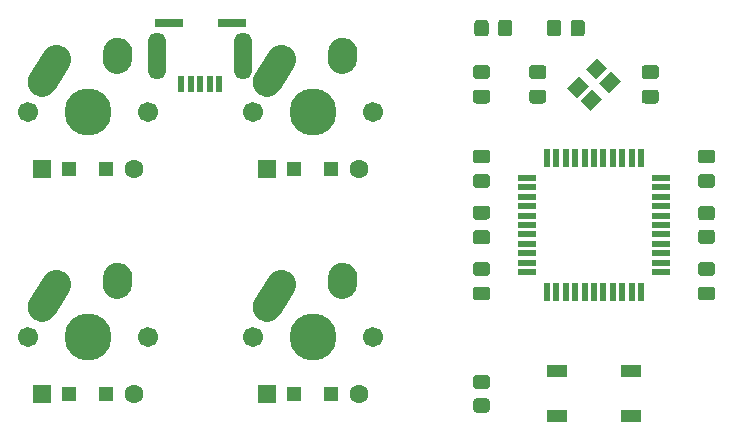
<source format=gbs>
%TF.GenerationSoftware,KiCad,Pcbnew,(5.1.10)-1*%
%TF.CreationDate,2021-08-17T23:44:39-04:00*%
%TF.ProjectId,Keyboard_Schematic,4b657962-6f61-4726-945f-536368656d61,rev?*%
%TF.SameCoordinates,Original*%
%TF.FileFunction,Soldermask,Bot*%
%TF.FilePolarity,Negative*%
%FSLAX46Y46*%
G04 Gerber Fmt 4.6, Leading zero omitted, Abs format (unit mm)*
G04 Created by KiCad (PCBNEW (5.1.10)-1) date 2021-08-17 23:44:39*
%MOMM*%
%LPD*%
G01*
G04 APERTURE LIST*
%ADD10R,1.500000X0.550000*%
%ADD11R,0.550000X1.500000*%
%ADD12C,0.100000*%
%ADD13C,1.600000*%
%ADD14R,1.600000X1.600000*%
%ADD15R,1.200000X1.200000*%
%ADD16R,2.350000X0.800000*%
%ADD17R,0.500000X1.400000*%
%ADD18O,1.500000X4.000000*%
%ADD19C,3.987800*%
%ADD20C,1.701800*%
%ADD21R,1.700000X1.000000*%
G04 APERTURE END LIST*
D10*
%TO.C,U1*%
X89550000Y-77818750D03*
X89550000Y-77018750D03*
X89550000Y-76218750D03*
X89550000Y-75418750D03*
X89550000Y-74618750D03*
X89550000Y-73818750D03*
X89550000Y-73018750D03*
X89550000Y-72218750D03*
X89550000Y-71418750D03*
X89550000Y-70618750D03*
X89550000Y-69818750D03*
D11*
X91250000Y-68118750D03*
X92050000Y-68118750D03*
X92850000Y-68118750D03*
X93650000Y-68118750D03*
X94450000Y-68118750D03*
X95250000Y-68118750D03*
X96050000Y-68118750D03*
X96850000Y-68118750D03*
X97650000Y-68118750D03*
X98450000Y-68118750D03*
X99250000Y-68118750D03*
D10*
X100950000Y-69818750D03*
X100950000Y-70618750D03*
X100950000Y-71418750D03*
X100950000Y-72218750D03*
X100950000Y-73018750D03*
X100950000Y-73818750D03*
X100950000Y-74618750D03*
X100950000Y-75418750D03*
X100950000Y-76218750D03*
X100950000Y-77018750D03*
X100950000Y-77818750D03*
D11*
X99250000Y-79518750D03*
X98450000Y-79518750D03*
X97650000Y-79518750D03*
X96850000Y-79518750D03*
X96050000Y-79518750D03*
X95250000Y-79518750D03*
X94450000Y-79518750D03*
X93650000Y-79518750D03*
X92850000Y-79518750D03*
X92050000Y-79518750D03*
X91250000Y-79518750D03*
%TD*%
D12*
%TO.C,X1*%
G36*
X96522792Y-62619607D02*
G01*
X95674264Y-61771079D01*
X96664214Y-60781129D01*
X97512742Y-61629657D01*
X96522792Y-62619607D01*
G37*
G36*
X94967157Y-64175242D02*
G01*
X94118629Y-63326714D01*
X95108579Y-62336764D01*
X95957107Y-63185292D01*
X94967157Y-64175242D01*
G37*
G36*
X95391421Y-61488236D02*
G01*
X94542893Y-60639708D01*
X95532843Y-59649758D01*
X96381371Y-60498286D01*
X95391421Y-61488236D01*
G37*
G36*
X93835786Y-63043871D02*
G01*
X92987258Y-62195343D01*
X93977208Y-61205393D01*
X94825736Y-62053921D01*
X93835786Y-63043871D01*
G37*
%TD*%
%TO.C,C1*%
G36*
G01*
X90962500Y-63537500D02*
X90012500Y-63537500D01*
G75*
G02*
X89762500Y-63287500I0J250000D01*
G01*
X89762500Y-62612500D01*
G75*
G02*
X90012500Y-62362500I250000J0D01*
G01*
X90962500Y-62362500D01*
G75*
G02*
X91212500Y-62612500I0J-250000D01*
G01*
X91212500Y-63287500D01*
G75*
G02*
X90962500Y-63537500I-250000J0D01*
G01*
G37*
G36*
G01*
X90962500Y-61462500D02*
X90012500Y-61462500D01*
G75*
G02*
X89762500Y-61212500I0J250000D01*
G01*
X89762500Y-60537500D01*
G75*
G02*
X90012500Y-60287500I250000J0D01*
G01*
X90962500Y-60287500D01*
G75*
G02*
X91212500Y-60537500I0J-250000D01*
G01*
X91212500Y-61212500D01*
G75*
G02*
X90962500Y-61462500I-250000J0D01*
G01*
G37*
%TD*%
%TO.C,C2*%
G36*
G01*
X100487500Y-63537500D02*
X99537500Y-63537500D01*
G75*
G02*
X99287500Y-63287500I0J250000D01*
G01*
X99287500Y-62612500D01*
G75*
G02*
X99537500Y-62362500I250000J0D01*
G01*
X100487500Y-62362500D01*
G75*
G02*
X100737500Y-62612500I0J-250000D01*
G01*
X100737500Y-63287500D01*
G75*
G02*
X100487500Y-63537500I-250000J0D01*
G01*
G37*
G36*
G01*
X100487500Y-61462500D02*
X99537500Y-61462500D01*
G75*
G02*
X99287500Y-61212500I0J250000D01*
G01*
X99287500Y-60537500D01*
G75*
G02*
X99537500Y-60287500I250000J0D01*
G01*
X100487500Y-60287500D01*
G75*
G02*
X100737500Y-60537500I0J-250000D01*
G01*
X100737500Y-61212500D01*
G75*
G02*
X100487500Y-61462500I-250000J0D01*
G01*
G37*
%TD*%
%TO.C,C3*%
G36*
G01*
X104300000Y-79031250D02*
X105250000Y-79031250D01*
G75*
G02*
X105500000Y-79281250I0J-250000D01*
G01*
X105500000Y-79956250D01*
G75*
G02*
X105250000Y-80206250I-250000J0D01*
G01*
X104300000Y-80206250D01*
G75*
G02*
X104050000Y-79956250I0J250000D01*
G01*
X104050000Y-79281250D01*
G75*
G02*
X104300000Y-79031250I250000J0D01*
G01*
G37*
G36*
G01*
X104300000Y-76956250D02*
X105250000Y-76956250D01*
G75*
G02*
X105500000Y-77206250I0J-250000D01*
G01*
X105500000Y-77881250D01*
G75*
G02*
X105250000Y-78131250I-250000J0D01*
G01*
X104300000Y-78131250D01*
G75*
G02*
X104050000Y-77881250I0J250000D01*
G01*
X104050000Y-77206250D01*
G75*
G02*
X104300000Y-76956250I250000J0D01*
G01*
G37*
%TD*%
%TO.C,C4*%
G36*
G01*
X104300000Y-67431250D02*
X105250000Y-67431250D01*
G75*
G02*
X105500000Y-67681250I0J-250000D01*
G01*
X105500000Y-68356250D01*
G75*
G02*
X105250000Y-68606250I-250000J0D01*
G01*
X104300000Y-68606250D01*
G75*
G02*
X104050000Y-68356250I0J250000D01*
G01*
X104050000Y-67681250D01*
G75*
G02*
X104300000Y-67431250I250000J0D01*
G01*
G37*
G36*
G01*
X104300000Y-69506250D02*
X105250000Y-69506250D01*
G75*
G02*
X105500000Y-69756250I0J-250000D01*
G01*
X105500000Y-70431250D01*
G75*
G02*
X105250000Y-70681250I-250000J0D01*
G01*
X104300000Y-70681250D01*
G75*
G02*
X104050000Y-70431250I0J250000D01*
G01*
X104050000Y-69756250D01*
G75*
G02*
X104300000Y-69506250I250000J0D01*
G01*
G37*
%TD*%
%TO.C,C5*%
G36*
G01*
X86200000Y-68606250D02*
X85250000Y-68606250D01*
G75*
G02*
X85000000Y-68356250I0J250000D01*
G01*
X85000000Y-67681250D01*
G75*
G02*
X85250000Y-67431250I250000J0D01*
G01*
X86200000Y-67431250D01*
G75*
G02*
X86450000Y-67681250I0J-250000D01*
G01*
X86450000Y-68356250D01*
G75*
G02*
X86200000Y-68606250I-250000J0D01*
G01*
G37*
G36*
G01*
X86200000Y-70681250D02*
X85250000Y-70681250D01*
G75*
G02*
X85000000Y-70431250I0J250000D01*
G01*
X85000000Y-69756250D01*
G75*
G02*
X85250000Y-69506250I250000J0D01*
G01*
X86200000Y-69506250D01*
G75*
G02*
X86450000Y-69756250I0J-250000D01*
G01*
X86450000Y-70431250D01*
G75*
G02*
X86200000Y-70681250I-250000J0D01*
G01*
G37*
%TD*%
%TO.C,C6*%
G36*
G01*
X86200000Y-63537500D02*
X85250000Y-63537500D01*
G75*
G02*
X85000000Y-63287500I0J250000D01*
G01*
X85000000Y-62612500D01*
G75*
G02*
X85250000Y-62362500I250000J0D01*
G01*
X86200000Y-62362500D01*
G75*
G02*
X86450000Y-62612500I0J-250000D01*
G01*
X86450000Y-63287500D01*
G75*
G02*
X86200000Y-63537500I-250000J0D01*
G01*
G37*
G36*
G01*
X86200000Y-61462500D02*
X85250000Y-61462500D01*
G75*
G02*
X85000000Y-61212500I0J250000D01*
G01*
X85000000Y-60537500D01*
G75*
G02*
X85250000Y-60287500I250000J0D01*
G01*
X86200000Y-60287500D01*
G75*
G02*
X86450000Y-60537500I0J-250000D01*
G01*
X86450000Y-61212500D01*
G75*
G02*
X86200000Y-61462500I-250000J0D01*
G01*
G37*
%TD*%
%TO.C,C7*%
G36*
G01*
X86200000Y-78131250D02*
X85250000Y-78131250D01*
G75*
G02*
X85000000Y-77881250I0J250000D01*
G01*
X85000000Y-77206250D01*
G75*
G02*
X85250000Y-76956250I250000J0D01*
G01*
X86200000Y-76956250D01*
G75*
G02*
X86450000Y-77206250I0J-250000D01*
G01*
X86450000Y-77881250D01*
G75*
G02*
X86200000Y-78131250I-250000J0D01*
G01*
G37*
G36*
G01*
X86200000Y-80206250D02*
X85250000Y-80206250D01*
G75*
G02*
X85000000Y-79956250I0J250000D01*
G01*
X85000000Y-79281250D01*
G75*
G02*
X85250000Y-79031250I250000J0D01*
G01*
X86200000Y-79031250D01*
G75*
G02*
X86450000Y-79281250I0J-250000D01*
G01*
X86450000Y-79956250D01*
G75*
G02*
X86200000Y-80206250I-250000J0D01*
G01*
G37*
%TD*%
%TO.C,C8*%
G36*
G01*
X86200000Y-73368750D02*
X85250000Y-73368750D01*
G75*
G02*
X85000000Y-73118750I0J250000D01*
G01*
X85000000Y-72443750D01*
G75*
G02*
X85250000Y-72193750I250000J0D01*
G01*
X86200000Y-72193750D01*
G75*
G02*
X86450000Y-72443750I0J-250000D01*
G01*
X86450000Y-73118750D01*
G75*
G02*
X86200000Y-73368750I-250000J0D01*
G01*
G37*
G36*
G01*
X86200000Y-75443750D02*
X85250000Y-75443750D01*
G75*
G02*
X85000000Y-75193750I0J250000D01*
G01*
X85000000Y-74518750D01*
G75*
G02*
X85250000Y-74268750I250000J0D01*
G01*
X86200000Y-74268750D01*
G75*
G02*
X86450000Y-74518750I0J-250000D01*
G01*
X86450000Y-75193750D01*
G75*
G02*
X86200000Y-75443750I-250000J0D01*
G01*
G37*
%TD*%
D13*
%TO.C,D1*%
X56287500Y-69056250D03*
D14*
X48487500Y-69056250D03*
D15*
X50812500Y-69056250D03*
X53962500Y-69056250D03*
%TD*%
D13*
%TO.C,D2*%
X56287500Y-88106250D03*
D14*
X48487500Y-88106250D03*
D15*
X50812500Y-88106250D03*
X53962500Y-88106250D03*
%TD*%
%TO.C,D3*%
X73012500Y-69056250D03*
X69862500Y-69056250D03*
D14*
X67537500Y-69056250D03*
D13*
X75337500Y-69056250D03*
%TD*%
D15*
%TO.C,D4*%
X73012500Y-88106250D03*
X69862500Y-88106250D03*
D14*
X67537500Y-88106250D03*
D13*
X75337500Y-88106250D03*
%TD*%
D16*
%TO.C,J1*%
X64587500Y-56712500D03*
X59237500Y-56712500D03*
D17*
X60312500Y-61912500D03*
X61112500Y-61912500D03*
X61912500Y-61912500D03*
X62712500Y-61912500D03*
X63512500Y-61912500D03*
D18*
X58262500Y-59512500D03*
X65562500Y-59512500D03*
%TD*%
D19*
%TO.C,K1*%
X52387500Y-64293750D03*
D20*
X47307500Y-64293750D03*
X57467500Y-64293750D03*
G36*
G01*
X47473799Y-61050940D02*
X48682723Y-59153310D01*
G75*
G02*
X50408587Y-58770696I1054239J-671625D01*
G01*
X50408587Y-58770696D01*
G75*
G02*
X50791201Y-60496560I-671625J-1054239D01*
G01*
X49582277Y-62394190D01*
G75*
G02*
X47856413Y-62776804I-1054239J671625D01*
G01*
X47856413Y-62776804D01*
G75*
G02*
X47473799Y-61050940I671625J1054239D01*
G01*
G37*
G36*
G01*
X53640671Y-59708059D02*
X53680119Y-59129403D01*
G75*
G02*
X55012243Y-57967317I1247105J-85019D01*
G01*
X55012243Y-57967317D01*
G75*
G02*
X56174329Y-59299441I-85019J-1247105D01*
G01*
X56134881Y-59878097D01*
G75*
G02*
X54802757Y-61040183I-1247105J85019D01*
G01*
X54802757Y-61040183D01*
G75*
G02*
X53640671Y-59708059I85019J1247105D01*
G01*
G37*
%TD*%
%TO.C,K2*%
G36*
G01*
X53640671Y-78758059D02*
X53680119Y-78179403D01*
G75*
G02*
X55012243Y-77017317I1247105J-85019D01*
G01*
X55012243Y-77017317D01*
G75*
G02*
X56174329Y-78349441I-85019J-1247105D01*
G01*
X56134881Y-78928097D01*
G75*
G02*
X54802757Y-80090183I-1247105J85019D01*
G01*
X54802757Y-80090183D01*
G75*
G02*
X53640671Y-78758059I85019J1247105D01*
G01*
G37*
G36*
G01*
X47473799Y-80100940D02*
X48682723Y-78203310D01*
G75*
G02*
X50408587Y-77820696I1054239J-671625D01*
G01*
X50408587Y-77820696D01*
G75*
G02*
X50791201Y-79546560I-671625J-1054239D01*
G01*
X49582277Y-81444190D01*
G75*
G02*
X47856413Y-81826804I-1054239J671625D01*
G01*
X47856413Y-81826804D01*
G75*
G02*
X47473799Y-80100940I671625J1054239D01*
G01*
G37*
X57467500Y-83343750D03*
X47307500Y-83343750D03*
D19*
X52387500Y-83343750D03*
%TD*%
%TO.C,K3*%
G36*
G01*
X72690671Y-59708059D02*
X72730119Y-59129403D01*
G75*
G02*
X74062243Y-57967317I1247105J-85019D01*
G01*
X74062243Y-57967317D01*
G75*
G02*
X75224329Y-59299441I-85019J-1247105D01*
G01*
X75184881Y-59878097D01*
G75*
G02*
X73852757Y-61040183I-1247105J85019D01*
G01*
X73852757Y-61040183D01*
G75*
G02*
X72690671Y-59708059I85019J1247105D01*
G01*
G37*
G36*
G01*
X66523799Y-61050940D02*
X67732723Y-59153310D01*
G75*
G02*
X69458587Y-58770696I1054239J-671625D01*
G01*
X69458587Y-58770696D01*
G75*
G02*
X69841201Y-60496560I-671625J-1054239D01*
G01*
X68632277Y-62394190D01*
G75*
G02*
X66906413Y-62776804I-1054239J671625D01*
G01*
X66906413Y-62776804D01*
G75*
G02*
X66523799Y-61050940I671625J1054239D01*
G01*
G37*
D20*
X76517500Y-64293750D03*
X66357500Y-64293750D03*
D19*
X71437500Y-64293750D03*
%TD*%
%TO.C,K4*%
X71437500Y-83343750D03*
D20*
X66357500Y-83343750D03*
X76517500Y-83343750D03*
G36*
G01*
X66523799Y-80100940D02*
X67732723Y-78203310D01*
G75*
G02*
X69458587Y-77820696I1054239J-671625D01*
G01*
X69458587Y-77820696D01*
G75*
G02*
X69841201Y-79546560I-671625J-1054239D01*
G01*
X68632277Y-81444190D01*
G75*
G02*
X66906413Y-81826804I-1054239J671625D01*
G01*
X66906413Y-81826804D01*
G75*
G02*
X66523799Y-80100940I671625J1054239D01*
G01*
G37*
G36*
G01*
X72690671Y-78758059D02*
X72730119Y-78179403D01*
G75*
G02*
X74062243Y-77017317I1247105J-85019D01*
G01*
X74062243Y-77017317D01*
G75*
G02*
X75224329Y-78349441I-85019J-1247105D01*
G01*
X75184881Y-78928097D01*
G75*
G02*
X73852757Y-80090183I-1247105J85019D01*
G01*
X73852757Y-80090183D01*
G75*
G02*
X72690671Y-78758059I85019J1247105D01*
G01*
G37*
%TD*%
%TO.C,R1*%
G36*
G01*
X85274999Y-86506250D02*
X86175001Y-86506250D01*
G75*
G02*
X86425000Y-86756249I0J-249999D01*
G01*
X86425000Y-87456251D01*
G75*
G02*
X86175001Y-87706250I-249999J0D01*
G01*
X85274999Y-87706250D01*
G75*
G02*
X85025000Y-87456251I0J249999D01*
G01*
X85025000Y-86756249D01*
G75*
G02*
X85274999Y-86506250I249999J0D01*
G01*
G37*
G36*
G01*
X85274999Y-88506250D02*
X86175001Y-88506250D01*
G75*
G02*
X86425000Y-88756249I0J-249999D01*
G01*
X86425000Y-89456251D01*
G75*
G02*
X86175001Y-89706250I-249999J0D01*
G01*
X85274999Y-89706250D01*
G75*
G02*
X85025000Y-89456251I0J249999D01*
G01*
X85025000Y-88756249D01*
G75*
G02*
X85274999Y-88506250I249999J0D01*
G01*
G37*
%TD*%
%TO.C,R2*%
G36*
G01*
X105225001Y-73418750D02*
X104324999Y-73418750D01*
G75*
G02*
X104075000Y-73168751I0J249999D01*
G01*
X104075000Y-72468749D01*
G75*
G02*
X104324999Y-72218750I249999J0D01*
G01*
X105225001Y-72218750D01*
G75*
G02*
X105475000Y-72468749I0J-249999D01*
G01*
X105475000Y-73168751D01*
G75*
G02*
X105225001Y-73418750I-249999J0D01*
G01*
G37*
G36*
G01*
X105225001Y-75418750D02*
X104324999Y-75418750D01*
G75*
G02*
X104075000Y-75168751I0J249999D01*
G01*
X104075000Y-74468749D01*
G75*
G02*
X104324999Y-74218750I249999J0D01*
G01*
X105225001Y-74218750D01*
G75*
G02*
X105475000Y-74468749I0J-249999D01*
G01*
X105475000Y-75168751D01*
G75*
G02*
X105225001Y-75418750I-249999J0D01*
G01*
G37*
%TD*%
%TO.C,R3*%
G36*
G01*
X86325000Y-56699999D02*
X86325000Y-57600001D01*
G75*
G02*
X86075001Y-57850000I-249999J0D01*
G01*
X85374999Y-57850000D01*
G75*
G02*
X85125000Y-57600001I0J249999D01*
G01*
X85125000Y-56699999D01*
G75*
G02*
X85374999Y-56450000I249999J0D01*
G01*
X86075001Y-56450000D01*
G75*
G02*
X86325000Y-56699999I0J-249999D01*
G01*
G37*
G36*
G01*
X88325000Y-56699999D02*
X88325000Y-57600001D01*
G75*
G02*
X88075001Y-57850000I-249999J0D01*
G01*
X87374999Y-57850000D01*
G75*
G02*
X87125000Y-57600001I0J249999D01*
G01*
X87125000Y-56699999D01*
G75*
G02*
X87374999Y-56450000I249999J0D01*
G01*
X88075001Y-56450000D01*
G75*
G02*
X88325000Y-56699999I0J-249999D01*
G01*
G37*
%TD*%
%TO.C,R4*%
G36*
G01*
X94468750Y-56699999D02*
X94468750Y-57600001D01*
G75*
G02*
X94218751Y-57850000I-249999J0D01*
G01*
X93518749Y-57850000D01*
G75*
G02*
X93268750Y-57600001I0J249999D01*
G01*
X93268750Y-56699999D01*
G75*
G02*
X93518749Y-56450000I249999J0D01*
G01*
X94218751Y-56450000D01*
G75*
G02*
X94468750Y-56699999I0J-249999D01*
G01*
G37*
G36*
G01*
X92468750Y-56699999D02*
X92468750Y-57600001D01*
G75*
G02*
X92218751Y-57850000I-249999J0D01*
G01*
X91518749Y-57850000D01*
G75*
G02*
X91268750Y-57600001I0J249999D01*
G01*
X91268750Y-56699999D01*
G75*
G02*
X91518749Y-56450000I249999J0D01*
G01*
X92218751Y-56450000D01*
G75*
G02*
X92468750Y-56699999I0J-249999D01*
G01*
G37*
%TD*%
D21*
%TO.C,SW1*%
X92100000Y-90006250D03*
X98400000Y-90006250D03*
X92100000Y-86206250D03*
X98400000Y-86206250D03*
%TD*%
M02*

</source>
